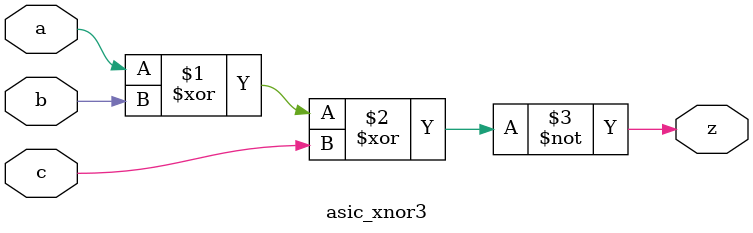
<source format=v>

module asic_xnor3
   (
    input  a,
    input  b,
    input  c,
    output z
    );

   assign z =  ~(a ^ b ^ c);

endmodule

</source>
